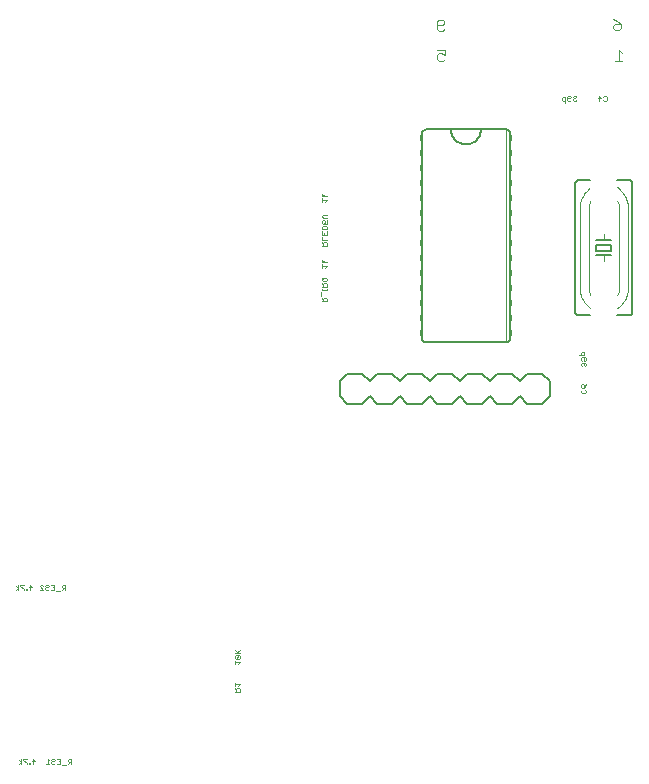
<source format=gbo>
G75*
G70*
%OFA0B0*%
%FSLAX24Y24*%
%IPPOS*%
%LPD*%
%AMOC8*
5,1,8,0,0,1.08239X$1,22.5*
%
%ADD10C,0.0030*%
%ADD11C,0.0020*%
%ADD12C,0.0080*%
%ADD13C,0.0060*%
%ADD14R,0.0050X0.0200*%
D10*
X029286Y026709D02*
X029348Y026647D01*
X029472Y026647D01*
X029533Y026709D01*
X029533Y026833D02*
X029410Y026894D01*
X029348Y026894D01*
X029286Y026833D01*
X029286Y026709D01*
X029533Y026833D02*
X029533Y027018D01*
X029286Y027018D01*
X029338Y027647D02*
X029276Y027709D01*
X029276Y027956D01*
X029338Y028018D01*
X029462Y028018D01*
X029523Y027956D01*
X029523Y027894D01*
X029462Y027833D01*
X029276Y027833D01*
X029338Y027647D02*
X029462Y027647D01*
X029523Y027709D01*
X035156Y027739D02*
X035156Y027801D01*
X035218Y027863D01*
X035403Y027863D01*
X035403Y027739D01*
X035342Y027677D01*
X035218Y027677D01*
X035156Y027739D01*
X035280Y027986D02*
X035156Y028048D01*
X035280Y027986D02*
X035403Y027863D01*
X035330Y027018D02*
X035330Y026647D01*
X035453Y026647D02*
X035206Y026647D01*
X035453Y026894D02*
X035330Y027018D01*
D11*
X015422Y003262D02*
X015332Y003202D01*
X015422Y003202D02*
X015422Y003383D01*
X015486Y003383D02*
X015486Y003353D01*
X015606Y003232D01*
X015606Y003202D01*
X015668Y003202D02*
X015698Y003202D01*
X015698Y003232D01*
X015668Y003232D01*
X015668Y003202D01*
X015792Y003202D02*
X015792Y003383D01*
X015882Y003292D01*
X015762Y003292D01*
X015606Y003383D02*
X015486Y003383D01*
X015422Y003262D02*
X015332Y003323D01*
X016232Y003202D02*
X016352Y003202D01*
X016292Y003202D02*
X016292Y003383D01*
X016352Y003323D01*
X016417Y003353D02*
X016447Y003383D01*
X016507Y003383D01*
X016537Y003353D01*
X016537Y003323D01*
X016507Y003292D01*
X016447Y003292D01*
X016417Y003262D01*
X016417Y003232D01*
X016447Y003202D01*
X016507Y003202D01*
X016537Y003232D01*
X016601Y003202D02*
X016721Y003202D01*
X016721Y003383D01*
X016601Y003383D01*
X016661Y003292D02*
X016721Y003292D01*
X016785Y003172D02*
X016905Y003172D01*
X016969Y003202D02*
X017029Y003262D01*
X016999Y003262D02*
X017089Y003262D01*
X017089Y003202D02*
X017089Y003383D01*
X016999Y003383D01*
X016969Y003353D01*
X016969Y003292D01*
X016999Y003262D01*
X022528Y005614D02*
X022708Y005614D01*
X022708Y005704D01*
X022678Y005734D01*
X022618Y005734D01*
X022588Y005704D01*
X022588Y005614D01*
X022588Y005674D02*
X022528Y005734D01*
X022528Y005798D02*
X022528Y005918D01*
X022528Y005858D02*
X022708Y005858D01*
X022648Y005798D01*
X022648Y006530D02*
X022708Y006590D01*
X022528Y006590D01*
X022528Y006530D02*
X022528Y006650D01*
X022558Y006714D02*
X022678Y006834D01*
X022558Y006834D01*
X022528Y006804D01*
X022528Y006744D01*
X022558Y006714D01*
X022678Y006714D01*
X022708Y006744D01*
X022708Y006804D01*
X022678Y006834D01*
X022708Y006898D02*
X022528Y006898D01*
X022588Y006898D02*
X022708Y007018D01*
X022618Y006928D02*
X022528Y007018D01*
X016889Y009002D02*
X016889Y009183D01*
X016799Y009183D01*
X016769Y009153D01*
X016769Y009092D01*
X016799Y009062D01*
X016889Y009062D01*
X016829Y009062D02*
X016769Y009002D01*
X016705Y008972D02*
X016585Y008972D01*
X016521Y009002D02*
X016401Y009002D01*
X016337Y009032D02*
X016307Y009002D01*
X016247Y009002D01*
X016217Y009032D01*
X016217Y009062D01*
X016247Y009092D01*
X016307Y009092D01*
X016337Y009123D01*
X016337Y009153D01*
X016307Y009183D01*
X016247Y009183D01*
X016217Y009153D01*
X016152Y009153D02*
X016122Y009183D01*
X016062Y009183D01*
X016032Y009153D01*
X016032Y009123D01*
X016152Y009002D01*
X016032Y009002D01*
X015782Y009092D02*
X015662Y009092D01*
X015598Y009032D02*
X015568Y009032D01*
X015568Y009002D01*
X015598Y009002D01*
X015598Y009032D01*
X015506Y009032D02*
X015506Y009002D01*
X015506Y009032D02*
X015386Y009153D01*
X015386Y009183D01*
X015506Y009183D01*
X015322Y009183D02*
X015322Y009002D01*
X015322Y009062D02*
X015232Y009123D01*
X015322Y009062D02*
X015232Y009002D01*
X015692Y009002D02*
X015692Y009183D01*
X015782Y009092D01*
X016401Y009183D02*
X016521Y009183D01*
X016521Y009002D01*
X016521Y009092D02*
X016461Y009092D01*
X025428Y018623D02*
X025608Y018623D01*
X025608Y018713D01*
X025578Y018743D01*
X025518Y018743D01*
X025488Y018713D01*
X025488Y018623D01*
X025488Y018683D02*
X025428Y018743D01*
X025398Y018807D02*
X025398Y018927D01*
X025428Y018991D02*
X025428Y019051D01*
X025428Y019021D02*
X025608Y019021D01*
X025608Y018991D02*
X025608Y019051D01*
X025608Y019114D02*
X025608Y019204D01*
X025578Y019234D01*
X025518Y019234D01*
X025488Y019204D01*
X025488Y019114D01*
X025428Y019114D02*
X025608Y019114D01*
X025488Y019174D02*
X025428Y019234D01*
X025458Y019298D02*
X025428Y019328D01*
X025428Y019388D01*
X025458Y019418D01*
X025578Y019418D01*
X025608Y019388D01*
X025608Y019328D01*
X025578Y019298D01*
X025458Y019298D01*
X025488Y019358D02*
X025428Y019418D01*
X025428Y019745D02*
X025428Y019865D01*
X025428Y019805D02*
X025608Y019805D01*
X025548Y019745D01*
X025488Y019929D02*
X025548Y020019D01*
X025488Y019929D02*
X025428Y020019D01*
X025428Y019929D02*
X025608Y019929D01*
X025608Y020478D02*
X025428Y020478D01*
X025488Y020478D02*
X025488Y020568D01*
X025518Y020598D01*
X025578Y020598D01*
X025608Y020568D01*
X025608Y020478D01*
X025488Y020538D02*
X025428Y020598D01*
X025428Y020662D02*
X025428Y020782D01*
X025428Y020846D02*
X025428Y020966D01*
X025428Y021030D02*
X025428Y021120D01*
X025458Y021150D01*
X025578Y021150D01*
X025608Y021120D01*
X025608Y021030D01*
X025428Y021030D01*
X025518Y020906D02*
X025518Y020846D01*
X025608Y020846D02*
X025428Y020846D01*
X025608Y020846D02*
X025608Y020966D01*
X025608Y021214D02*
X025518Y021214D01*
X025548Y021274D01*
X025548Y021304D01*
X025518Y021334D01*
X025458Y021334D01*
X025428Y021304D01*
X025428Y021244D01*
X025458Y021214D01*
X025608Y021214D02*
X025608Y021334D01*
X025608Y021398D02*
X025488Y021398D01*
X025428Y021458D01*
X025488Y021518D01*
X025608Y021518D01*
X025548Y021945D02*
X025608Y022005D01*
X025428Y022005D01*
X025428Y021945D02*
X025428Y022065D01*
X025428Y022129D02*
X025608Y022129D01*
X025548Y022219D02*
X025488Y022129D01*
X025428Y022219D01*
X025428Y020662D02*
X025608Y020662D01*
X031568Y017262D02*
X031568Y024362D01*
X033432Y025332D02*
X033462Y025302D01*
X033552Y025302D01*
X033552Y025242D02*
X033552Y025423D01*
X033462Y025423D01*
X033432Y025392D01*
X033432Y025332D01*
X033616Y025332D02*
X033616Y025453D01*
X033647Y025483D01*
X033707Y025483D01*
X033737Y025453D01*
X033737Y025423D01*
X033707Y025392D01*
X033616Y025392D01*
X033616Y025332D02*
X033647Y025302D01*
X033707Y025302D01*
X033737Y025332D01*
X033801Y025332D02*
X033831Y025302D01*
X033891Y025302D01*
X033921Y025332D01*
X033861Y025392D02*
X033831Y025392D01*
X033801Y025362D01*
X033801Y025332D01*
X033831Y025392D02*
X033801Y025423D01*
X033801Y025453D01*
X033831Y025483D01*
X033891Y025483D01*
X033921Y025453D01*
X034632Y025392D02*
X034752Y025392D01*
X034662Y025483D01*
X034662Y025302D01*
X034816Y025332D02*
X034847Y025302D01*
X034907Y025302D01*
X034937Y025332D01*
X034937Y025453D01*
X034907Y025483D01*
X034847Y025483D01*
X034816Y025453D01*
X035288Y021980D02*
X035303Y021946D01*
X035316Y021910D01*
X035325Y021874D01*
X035332Y021837D01*
X035337Y021800D01*
X035338Y021762D01*
X035338Y019062D01*
X035638Y019062D02*
X035638Y021762D01*
X034388Y022423D02*
X034343Y022391D01*
X034301Y022355D01*
X034261Y022316D01*
X034224Y022275D01*
X034190Y022231D01*
X034159Y022184D01*
X034131Y022136D01*
X034107Y022086D01*
X034086Y022035D01*
X034069Y021982D01*
X034055Y021928D01*
X034046Y021873D01*
X034040Y021818D01*
X034038Y021762D01*
X034038Y019062D01*
X034338Y019062D02*
X034338Y021762D01*
X034339Y021800D01*
X034344Y021837D01*
X034351Y021874D01*
X034360Y021910D01*
X034373Y021946D01*
X034388Y021980D01*
X035288Y022423D02*
X035333Y022391D01*
X035375Y022355D01*
X035415Y022316D01*
X035452Y022274D01*
X035486Y022231D01*
X035517Y022184D01*
X035545Y022136D01*
X035569Y022086D01*
X035590Y022035D01*
X035607Y021982D01*
X035621Y021928D01*
X035630Y021873D01*
X035636Y021818D01*
X035638Y021762D01*
X034838Y020862D02*
X034838Y020662D01*
X034838Y020162D02*
X034838Y019962D01*
X035638Y019062D02*
X035636Y019006D01*
X035630Y018951D01*
X035621Y018896D01*
X035607Y018842D01*
X035590Y018789D01*
X035569Y018738D01*
X035545Y018688D01*
X035517Y018640D01*
X035486Y018593D01*
X035452Y018549D01*
X035415Y018508D01*
X035375Y018469D01*
X035333Y018433D01*
X035288Y018401D01*
X035288Y018844D02*
X035303Y018878D01*
X035316Y018914D01*
X035325Y018950D01*
X035332Y018987D01*
X035337Y019024D01*
X035338Y019062D01*
X034388Y018844D02*
X034373Y018878D01*
X034360Y018914D01*
X034351Y018950D01*
X034344Y018987D01*
X034339Y019024D01*
X034338Y019062D01*
X034038Y019062D02*
X034040Y019006D01*
X034046Y018951D01*
X034055Y018896D01*
X034069Y018842D01*
X034086Y018789D01*
X034107Y018738D01*
X034131Y018688D01*
X034159Y018640D01*
X034190Y018593D01*
X034224Y018550D01*
X034261Y018508D01*
X034301Y018469D01*
X034343Y018433D01*
X034388Y018401D01*
X034158Y016951D02*
X034098Y016951D01*
X034068Y016921D01*
X034068Y016831D01*
X034008Y016831D02*
X034188Y016831D01*
X034188Y016921D01*
X034158Y016951D01*
X034158Y016767D02*
X034158Y016677D01*
X034188Y016647D01*
X034218Y016647D01*
X034248Y016677D01*
X034248Y016737D01*
X034218Y016767D01*
X034098Y016767D01*
X034068Y016737D01*
X034068Y016677D01*
X034098Y016647D01*
X034098Y016583D02*
X034068Y016552D01*
X034068Y016492D01*
X034098Y016462D01*
X034158Y016522D02*
X034158Y016552D01*
X034128Y016583D01*
X034098Y016583D01*
X034158Y016552D02*
X034188Y016583D01*
X034218Y016583D01*
X034248Y016552D01*
X034248Y016492D01*
X034218Y016462D01*
X034248Y015867D02*
X034218Y015807D01*
X034158Y015747D01*
X034158Y015837D01*
X034128Y015867D01*
X034098Y015867D01*
X034068Y015837D01*
X034068Y015777D01*
X034098Y015747D01*
X034158Y015747D01*
X034098Y015683D02*
X034068Y015652D01*
X034068Y015592D01*
X034098Y015562D01*
X034218Y015562D01*
X034248Y015592D01*
X034248Y015652D01*
X034218Y015683D01*
D12*
X033038Y015462D02*
X032788Y015212D01*
X032288Y015212D01*
X032038Y015462D01*
X031788Y015212D01*
X031288Y015212D01*
X031038Y015462D01*
X030788Y015212D01*
X030288Y015212D01*
X030038Y015462D01*
X029788Y015212D01*
X029288Y015212D01*
X029038Y015462D01*
X028788Y015212D01*
X028288Y015212D01*
X028038Y015462D01*
X027788Y015212D01*
X027288Y015212D01*
X027038Y015462D01*
X026788Y015212D01*
X026288Y015212D01*
X026038Y015462D01*
X026038Y015962D01*
X026288Y016212D01*
X026788Y016212D01*
X027038Y015962D01*
X027288Y016212D01*
X027788Y016212D01*
X028038Y015962D01*
X028288Y016212D01*
X028788Y016212D01*
X029038Y015962D01*
X029288Y016212D01*
X029788Y016212D01*
X030038Y015962D01*
X030288Y016212D01*
X030788Y016212D01*
X031038Y015962D01*
X031288Y016212D01*
X031788Y016212D01*
X032038Y015962D01*
X032288Y016212D01*
X032788Y016212D01*
X033038Y015962D01*
X033038Y015462D01*
D13*
X031558Y017262D02*
X028918Y017262D01*
X028895Y017264D01*
X028872Y017269D01*
X028850Y017278D01*
X028830Y017291D01*
X028812Y017306D01*
X028797Y017324D01*
X028784Y017344D01*
X028775Y017366D01*
X028770Y017389D01*
X028768Y017412D01*
X028768Y024212D01*
X028770Y024235D01*
X028775Y024258D01*
X028784Y024280D01*
X028797Y024300D01*
X028812Y024318D01*
X028830Y024333D01*
X028850Y024346D01*
X028872Y024355D01*
X028895Y024360D01*
X028918Y024362D01*
X029738Y024362D01*
X030738Y024362D01*
X031558Y024362D01*
X031581Y024360D01*
X031604Y024355D01*
X031626Y024346D01*
X031646Y024333D01*
X031664Y024318D01*
X031679Y024300D01*
X031692Y024280D01*
X031701Y024258D01*
X031706Y024235D01*
X031708Y024212D01*
X031708Y017412D01*
X031706Y017389D01*
X031701Y017366D01*
X031692Y017344D01*
X031679Y017324D01*
X031664Y017306D01*
X031646Y017291D01*
X031626Y017278D01*
X031604Y017269D01*
X031581Y017264D01*
X031558Y017262D01*
X033888Y018262D02*
X033888Y022562D01*
X033890Y022579D01*
X033894Y022596D01*
X033901Y022612D01*
X033911Y022626D01*
X033924Y022639D01*
X033938Y022649D01*
X033954Y022656D01*
X033971Y022660D01*
X033988Y022662D01*
X034388Y022662D01*
X035288Y022662D02*
X035688Y022662D01*
X035705Y022660D01*
X035722Y022656D01*
X035738Y022649D01*
X035752Y022639D01*
X035765Y022626D01*
X035775Y022612D01*
X035782Y022596D01*
X035786Y022579D01*
X035788Y022562D01*
X035788Y018262D01*
X035786Y018245D01*
X035782Y018228D01*
X035775Y018212D01*
X035765Y018198D01*
X035752Y018185D01*
X035738Y018175D01*
X035722Y018168D01*
X035705Y018164D01*
X035688Y018162D01*
X035288Y018162D01*
X034388Y018162D02*
X033988Y018162D01*
X033971Y018164D01*
X033954Y018168D01*
X033938Y018175D01*
X033924Y018185D01*
X033911Y018198D01*
X033901Y018212D01*
X033894Y018228D01*
X033890Y018245D01*
X033888Y018262D01*
X034588Y020162D02*
X034838Y020162D01*
X035088Y020162D01*
X035088Y020312D02*
X034588Y020312D01*
X034588Y020512D01*
X035088Y020512D01*
X035088Y020312D01*
X035088Y020662D02*
X034838Y020662D01*
X034588Y020662D01*
X030738Y024362D02*
X030736Y024318D01*
X030730Y024275D01*
X030721Y024233D01*
X030708Y024191D01*
X030691Y024151D01*
X030671Y024112D01*
X030648Y024075D01*
X030621Y024041D01*
X030592Y024008D01*
X030559Y023979D01*
X030525Y023952D01*
X030488Y023929D01*
X030449Y023909D01*
X030409Y023892D01*
X030367Y023879D01*
X030325Y023870D01*
X030282Y023864D01*
X030238Y023862D01*
X030194Y023864D01*
X030151Y023870D01*
X030109Y023879D01*
X030067Y023892D01*
X030027Y023909D01*
X029988Y023929D01*
X029951Y023952D01*
X029917Y023979D01*
X029884Y024008D01*
X029855Y024041D01*
X029828Y024075D01*
X029805Y024112D01*
X029785Y024151D01*
X029768Y024191D01*
X029755Y024233D01*
X029746Y024275D01*
X029740Y024318D01*
X029738Y024362D01*
D14*
X028743Y024062D03*
X028743Y023562D03*
X028743Y023062D03*
X028743Y022562D03*
X028743Y022062D03*
X028743Y021562D03*
X028743Y021062D03*
X028743Y020562D03*
X028743Y020062D03*
X028743Y019562D03*
X028743Y019062D03*
X028743Y018562D03*
X028743Y018062D03*
X028743Y017562D03*
X031733Y017562D03*
X031733Y018062D03*
X031733Y018562D03*
X031733Y019062D03*
X031733Y019562D03*
X031733Y020062D03*
X031733Y020562D03*
X031733Y021062D03*
X031733Y021562D03*
X031733Y022062D03*
X031733Y022562D03*
X031733Y023062D03*
X031733Y023562D03*
X031733Y024062D03*
M02*

</source>
